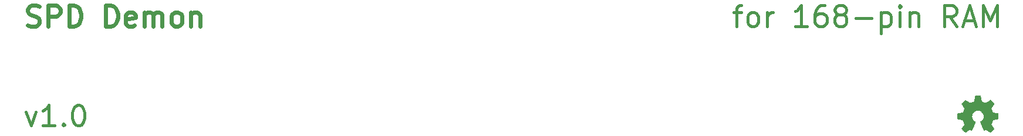
<source format=gbr>
%TF.GenerationSoftware,KiCad,Pcbnew,8.0.9*%
%TF.CreationDate,2025-05-08T22:04:52-05:00*%
%TF.ProjectId,SPD_Demon,5350445f-4465-46d6-9f6e-2e6b69636164,rev?*%
%TF.SameCoordinates,Original*%
%TF.FileFunction,Legend,Top*%
%TF.FilePolarity,Positive*%
%FSLAX46Y46*%
G04 Gerber Fmt 4.6, Leading zero omitted, Abs format (unit mm)*
G04 Created by KiCad (PCBNEW 8.0.9) date 2025-05-08 22:04:52*
%MOMM*%
%LPD*%
G01*
G04 APERTURE LIST*
%ADD10C,0.450000*%
%ADD11C,0.600000*%
%ADD12C,0.000000*%
G04 APERTURE END LIST*
D10*
X28664623Y-41551457D02*
X29378909Y-43551457D01*
X29378909Y-43551457D02*
X30093194Y-41551457D01*
X32807480Y-43551457D02*
X31093194Y-43551457D01*
X31950337Y-43551457D02*
X31950337Y-40551457D01*
X31950337Y-40551457D02*
X31664623Y-40980028D01*
X31664623Y-40980028D02*
X31378908Y-41265742D01*
X31378908Y-41265742D02*
X31093194Y-41408600D01*
X34093194Y-43265742D02*
X34236051Y-43408600D01*
X34236051Y-43408600D02*
X34093194Y-43551457D01*
X34093194Y-43551457D02*
X33950337Y-43408600D01*
X33950337Y-43408600D02*
X34093194Y-43265742D01*
X34093194Y-43265742D02*
X34093194Y-43551457D01*
X36093194Y-40551457D02*
X36378908Y-40551457D01*
X36378908Y-40551457D02*
X36664622Y-40694314D01*
X36664622Y-40694314D02*
X36807480Y-40837171D01*
X36807480Y-40837171D02*
X36950337Y-41122885D01*
X36950337Y-41122885D02*
X37093194Y-41694314D01*
X37093194Y-41694314D02*
X37093194Y-42408600D01*
X37093194Y-42408600D02*
X36950337Y-42980028D01*
X36950337Y-42980028D02*
X36807480Y-43265742D01*
X36807480Y-43265742D02*
X36664622Y-43408600D01*
X36664622Y-43408600D02*
X36378908Y-43551457D01*
X36378908Y-43551457D02*
X36093194Y-43551457D01*
X36093194Y-43551457D02*
X35807480Y-43408600D01*
X35807480Y-43408600D02*
X35664622Y-43265742D01*
X35664622Y-43265742D02*
X35521765Y-42980028D01*
X35521765Y-42980028D02*
X35378908Y-42408600D01*
X35378908Y-42408600D02*
X35378908Y-41694314D01*
X35378908Y-41694314D02*
X35521765Y-41122885D01*
X35521765Y-41122885D02*
X35664622Y-40837171D01*
X35664622Y-40837171D02*
X35807480Y-40694314D01*
X35807480Y-40694314D02*
X36093194Y-40551457D01*
X130756766Y-27200457D02*
X131899623Y-27200457D01*
X131185337Y-29200457D02*
X131185337Y-26629028D01*
X131185337Y-26629028D02*
X131328194Y-26343314D01*
X131328194Y-26343314D02*
X131613909Y-26200457D01*
X131613909Y-26200457D02*
X131899623Y-26200457D01*
X133328195Y-29200457D02*
X133042480Y-29057600D01*
X133042480Y-29057600D02*
X132899623Y-28914742D01*
X132899623Y-28914742D02*
X132756766Y-28629028D01*
X132756766Y-28629028D02*
X132756766Y-27771885D01*
X132756766Y-27771885D02*
X132899623Y-27486171D01*
X132899623Y-27486171D02*
X133042480Y-27343314D01*
X133042480Y-27343314D02*
X133328195Y-27200457D01*
X133328195Y-27200457D02*
X133756766Y-27200457D01*
X133756766Y-27200457D02*
X134042480Y-27343314D01*
X134042480Y-27343314D02*
X134185338Y-27486171D01*
X134185338Y-27486171D02*
X134328195Y-27771885D01*
X134328195Y-27771885D02*
X134328195Y-28629028D01*
X134328195Y-28629028D02*
X134185338Y-28914742D01*
X134185338Y-28914742D02*
X134042480Y-29057600D01*
X134042480Y-29057600D02*
X133756766Y-29200457D01*
X133756766Y-29200457D02*
X133328195Y-29200457D01*
X135613909Y-29200457D02*
X135613909Y-27200457D01*
X135613909Y-27771885D02*
X135756766Y-27486171D01*
X135756766Y-27486171D02*
X135899624Y-27343314D01*
X135899624Y-27343314D02*
X136185338Y-27200457D01*
X136185338Y-27200457D02*
X136471052Y-27200457D01*
X141328195Y-29200457D02*
X139613909Y-29200457D01*
X140471052Y-29200457D02*
X140471052Y-26200457D01*
X140471052Y-26200457D02*
X140185338Y-26629028D01*
X140185338Y-26629028D02*
X139899623Y-26914742D01*
X139899623Y-26914742D02*
X139613909Y-27057600D01*
X143899624Y-26200457D02*
X143328195Y-26200457D01*
X143328195Y-26200457D02*
X143042481Y-26343314D01*
X143042481Y-26343314D02*
X142899624Y-26486171D01*
X142899624Y-26486171D02*
X142613909Y-26914742D01*
X142613909Y-26914742D02*
X142471052Y-27486171D01*
X142471052Y-27486171D02*
X142471052Y-28629028D01*
X142471052Y-28629028D02*
X142613909Y-28914742D01*
X142613909Y-28914742D02*
X142756766Y-29057600D01*
X142756766Y-29057600D02*
X143042481Y-29200457D01*
X143042481Y-29200457D02*
X143613909Y-29200457D01*
X143613909Y-29200457D02*
X143899624Y-29057600D01*
X143899624Y-29057600D02*
X144042481Y-28914742D01*
X144042481Y-28914742D02*
X144185338Y-28629028D01*
X144185338Y-28629028D02*
X144185338Y-27914742D01*
X144185338Y-27914742D02*
X144042481Y-27629028D01*
X144042481Y-27629028D02*
X143899624Y-27486171D01*
X143899624Y-27486171D02*
X143613909Y-27343314D01*
X143613909Y-27343314D02*
X143042481Y-27343314D01*
X143042481Y-27343314D02*
X142756766Y-27486171D01*
X142756766Y-27486171D02*
X142613909Y-27629028D01*
X142613909Y-27629028D02*
X142471052Y-27914742D01*
X145899624Y-27486171D02*
X145613909Y-27343314D01*
X145613909Y-27343314D02*
X145471052Y-27200457D01*
X145471052Y-27200457D02*
X145328195Y-26914742D01*
X145328195Y-26914742D02*
X145328195Y-26771885D01*
X145328195Y-26771885D02*
X145471052Y-26486171D01*
X145471052Y-26486171D02*
X145613909Y-26343314D01*
X145613909Y-26343314D02*
X145899624Y-26200457D01*
X145899624Y-26200457D02*
X146471052Y-26200457D01*
X146471052Y-26200457D02*
X146756767Y-26343314D01*
X146756767Y-26343314D02*
X146899624Y-26486171D01*
X146899624Y-26486171D02*
X147042481Y-26771885D01*
X147042481Y-26771885D02*
X147042481Y-26914742D01*
X147042481Y-26914742D02*
X146899624Y-27200457D01*
X146899624Y-27200457D02*
X146756767Y-27343314D01*
X146756767Y-27343314D02*
X146471052Y-27486171D01*
X146471052Y-27486171D02*
X145899624Y-27486171D01*
X145899624Y-27486171D02*
X145613909Y-27629028D01*
X145613909Y-27629028D02*
X145471052Y-27771885D01*
X145471052Y-27771885D02*
X145328195Y-28057600D01*
X145328195Y-28057600D02*
X145328195Y-28629028D01*
X145328195Y-28629028D02*
X145471052Y-28914742D01*
X145471052Y-28914742D02*
X145613909Y-29057600D01*
X145613909Y-29057600D02*
X145899624Y-29200457D01*
X145899624Y-29200457D02*
X146471052Y-29200457D01*
X146471052Y-29200457D02*
X146756767Y-29057600D01*
X146756767Y-29057600D02*
X146899624Y-28914742D01*
X146899624Y-28914742D02*
X147042481Y-28629028D01*
X147042481Y-28629028D02*
X147042481Y-28057600D01*
X147042481Y-28057600D02*
X146899624Y-27771885D01*
X146899624Y-27771885D02*
X146756767Y-27629028D01*
X146756767Y-27629028D02*
X146471052Y-27486171D01*
X148328195Y-28057600D02*
X150613910Y-28057600D01*
X152042481Y-27200457D02*
X152042481Y-30200457D01*
X152042481Y-27343314D02*
X152328196Y-27200457D01*
X152328196Y-27200457D02*
X152899624Y-27200457D01*
X152899624Y-27200457D02*
X153185338Y-27343314D01*
X153185338Y-27343314D02*
X153328196Y-27486171D01*
X153328196Y-27486171D02*
X153471053Y-27771885D01*
X153471053Y-27771885D02*
X153471053Y-28629028D01*
X153471053Y-28629028D02*
X153328196Y-28914742D01*
X153328196Y-28914742D02*
X153185338Y-29057600D01*
X153185338Y-29057600D02*
X152899624Y-29200457D01*
X152899624Y-29200457D02*
X152328196Y-29200457D01*
X152328196Y-29200457D02*
X152042481Y-29057600D01*
X154756767Y-29200457D02*
X154756767Y-27200457D01*
X154756767Y-26200457D02*
X154613910Y-26343314D01*
X154613910Y-26343314D02*
X154756767Y-26486171D01*
X154756767Y-26486171D02*
X154899624Y-26343314D01*
X154899624Y-26343314D02*
X154756767Y-26200457D01*
X154756767Y-26200457D02*
X154756767Y-26486171D01*
X156185338Y-27200457D02*
X156185338Y-29200457D01*
X156185338Y-27486171D02*
X156328195Y-27343314D01*
X156328195Y-27343314D02*
X156613910Y-27200457D01*
X156613910Y-27200457D02*
X157042481Y-27200457D01*
X157042481Y-27200457D02*
X157328195Y-27343314D01*
X157328195Y-27343314D02*
X157471053Y-27629028D01*
X157471053Y-27629028D02*
X157471053Y-29200457D01*
X162899624Y-29200457D02*
X161899624Y-27771885D01*
X161185338Y-29200457D02*
X161185338Y-26200457D01*
X161185338Y-26200457D02*
X162328195Y-26200457D01*
X162328195Y-26200457D02*
X162613910Y-26343314D01*
X162613910Y-26343314D02*
X162756767Y-26486171D01*
X162756767Y-26486171D02*
X162899624Y-26771885D01*
X162899624Y-26771885D02*
X162899624Y-27200457D01*
X162899624Y-27200457D02*
X162756767Y-27486171D01*
X162756767Y-27486171D02*
X162613910Y-27629028D01*
X162613910Y-27629028D02*
X162328195Y-27771885D01*
X162328195Y-27771885D02*
X161185338Y-27771885D01*
X164042481Y-28343314D02*
X165471053Y-28343314D01*
X163756767Y-29200457D02*
X164756767Y-26200457D01*
X164756767Y-26200457D02*
X165756767Y-29200457D01*
X166756767Y-29200457D02*
X166756767Y-26200457D01*
X166756767Y-26200457D02*
X167756767Y-28343314D01*
X167756767Y-28343314D02*
X168756767Y-26200457D01*
X168756767Y-26200457D02*
X168756767Y-29200457D01*
D11*
X28906164Y-29049800D02*
X29334736Y-29192657D01*
X29334736Y-29192657D02*
X30049021Y-29192657D01*
X30049021Y-29192657D02*
X30334736Y-29049800D01*
X30334736Y-29049800D02*
X30477593Y-28906942D01*
X30477593Y-28906942D02*
X30620450Y-28621228D01*
X30620450Y-28621228D02*
X30620450Y-28335514D01*
X30620450Y-28335514D02*
X30477593Y-28049800D01*
X30477593Y-28049800D02*
X30334736Y-27906942D01*
X30334736Y-27906942D02*
X30049021Y-27764085D01*
X30049021Y-27764085D02*
X29477593Y-27621228D01*
X29477593Y-27621228D02*
X29191878Y-27478371D01*
X29191878Y-27478371D02*
X29049021Y-27335514D01*
X29049021Y-27335514D02*
X28906164Y-27049800D01*
X28906164Y-27049800D02*
X28906164Y-26764085D01*
X28906164Y-26764085D02*
X29049021Y-26478371D01*
X29049021Y-26478371D02*
X29191878Y-26335514D01*
X29191878Y-26335514D02*
X29477593Y-26192657D01*
X29477593Y-26192657D02*
X30191878Y-26192657D01*
X30191878Y-26192657D02*
X30620450Y-26335514D01*
X31906164Y-29192657D02*
X31906164Y-26192657D01*
X31906164Y-26192657D02*
X33049021Y-26192657D01*
X33049021Y-26192657D02*
X33334736Y-26335514D01*
X33334736Y-26335514D02*
X33477593Y-26478371D01*
X33477593Y-26478371D02*
X33620450Y-26764085D01*
X33620450Y-26764085D02*
X33620450Y-27192657D01*
X33620450Y-27192657D02*
X33477593Y-27478371D01*
X33477593Y-27478371D02*
X33334736Y-27621228D01*
X33334736Y-27621228D02*
X33049021Y-27764085D01*
X33049021Y-27764085D02*
X31906164Y-27764085D01*
X34906164Y-29192657D02*
X34906164Y-26192657D01*
X34906164Y-26192657D02*
X35620450Y-26192657D01*
X35620450Y-26192657D02*
X36049021Y-26335514D01*
X36049021Y-26335514D02*
X36334736Y-26621228D01*
X36334736Y-26621228D02*
X36477593Y-26906942D01*
X36477593Y-26906942D02*
X36620450Y-27478371D01*
X36620450Y-27478371D02*
X36620450Y-27906942D01*
X36620450Y-27906942D02*
X36477593Y-28478371D01*
X36477593Y-28478371D02*
X36334736Y-28764085D01*
X36334736Y-28764085D02*
X36049021Y-29049800D01*
X36049021Y-29049800D02*
X35620450Y-29192657D01*
X35620450Y-29192657D02*
X34906164Y-29192657D01*
X40191878Y-29192657D02*
X40191878Y-26192657D01*
X40191878Y-26192657D02*
X40906164Y-26192657D01*
X40906164Y-26192657D02*
X41334735Y-26335514D01*
X41334735Y-26335514D02*
X41620450Y-26621228D01*
X41620450Y-26621228D02*
X41763307Y-26906942D01*
X41763307Y-26906942D02*
X41906164Y-27478371D01*
X41906164Y-27478371D02*
X41906164Y-27906942D01*
X41906164Y-27906942D02*
X41763307Y-28478371D01*
X41763307Y-28478371D02*
X41620450Y-28764085D01*
X41620450Y-28764085D02*
X41334735Y-29049800D01*
X41334735Y-29049800D02*
X40906164Y-29192657D01*
X40906164Y-29192657D02*
X40191878Y-29192657D01*
X44334735Y-29049800D02*
X44049021Y-29192657D01*
X44049021Y-29192657D02*
X43477593Y-29192657D01*
X43477593Y-29192657D02*
X43191878Y-29049800D01*
X43191878Y-29049800D02*
X43049021Y-28764085D01*
X43049021Y-28764085D02*
X43049021Y-27621228D01*
X43049021Y-27621228D02*
X43191878Y-27335514D01*
X43191878Y-27335514D02*
X43477593Y-27192657D01*
X43477593Y-27192657D02*
X44049021Y-27192657D01*
X44049021Y-27192657D02*
X44334735Y-27335514D01*
X44334735Y-27335514D02*
X44477593Y-27621228D01*
X44477593Y-27621228D02*
X44477593Y-27906942D01*
X44477593Y-27906942D02*
X43049021Y-28192657D01*
X45763307Y-29192657D02*
X45763307Y-27192657D01*
X45763307Y-27478371D02*
X45906164Y-27335514D01*
X45906164Y-27335514D02*
X46191879Y-27192657D01*
X46191879Y-27192657D02*
X46620450Y-27192657D01*
X46620450Y-27192657D02*
X46906164Y-27335514D01*
X46906164Y-27335514D02*
X47049022Y-27621228D01*
X47049022Y-27621228D02*
X47049022Y-29192657D01*
X47049022Y-27621228D02*
X47191879Y-27335514D01*
X47191879Y-27335514D02*
X47477593Y-27192657D01*
X47477593Y-27192657D02*
X47906164Y-27192657D01*
X47906164Y-27192657D02*
X48191879Y-27335514D01*
X48191879Y-27335514D02*
X48334736Y-27621228D01*
X48334736Y-27621228D02*
X48334736Y-29192657D01*
X50191879Y-29192657D02*
X49906164Y-29049800D01*
X49906164Y-29049800D02*
X49763307Y-28906942D01*
X49763307Y-28906942D02*
X49620450Y-28621228D01*
X49620450Y-28621228D02*
X49620450Y-27764085D01*
X49620450Y-27764085D02*
X49763307Y-27478371D01*
X49763307Y-27478371D02*
X49906164Y-27335514D01*
X49906164Y-27335514D02*
X50191879Y-27192657D01*
X50191879Y-27192657D02*
X50620450Y-27192657D01*
X50620450Y-27192657D02*
X50906164Y-27335514D01*
X50906164Y-27335514D02*
X51049022Y-27478371D01*
X51049022Y-27478371D02*
X51191879Y-27764085D01*
X51191879Y-27764085D02*
X51191879Y-28621228D01*
X51191879Y-28621228D02*
X51049022Y-28906942D01*
X51049022Y-28906942D02*
X50906164Y-29049800D01*
X50906164Y-29049800D02*
X50620450Y-29192657D01*
X50620450Y-29192657D02*
X50191879Y-29192657D01*
X52477593Y-27192657D02*
X52477593Y-29192657D01*
X52477593Y-27478371D02*
X52620450Y-27335514D01*
X52620450Y-27335514D02*
X52906165Y-27192657D01*
X52906165Y-27192657D02*
X53334736Y-27192657D01*
X53334736Y-27192657D02*
X53620450Y-27335514D01*
X53620450Y-27335514D02*
X53763308Y-27621228D01*
X53763308Y-27621228D02*
X53763308Y-29192657D01*
D12*
%TO.C,G\u002A\u002A\u002A*%
G36*
X166402071Y-39254620D02*
G01*
X166404565Y-39258544D01*
X166407409Y-39265629D01*
X166410749Y-39276571D01*
X166414729Y-39292071D01*
X166419495Y-39312827D01*
X166425194Y-39339537D01*
X166431970Y-39372900D01*
X166439970Y-39413615D01*
X166449339Y-39462382D01*
X166460222Y-39519897D01*
X166472766Y-39586861D01*
X166484797Y-39651485D01*
X166499724Y-39731497D01*
X166512879Y-39801259D01*
X166524362Y-39861265D01*
X166534276Y-39912013D01*
X166542722Y-39954000D01*
X166549802Y-39987723D01*
X166555619Y-40013677D01*
X166560272Y-40032361D01*
X166563866Y-40044271D01*
X166566359Y-40049724D01*
X166571324Y-40054041D01*
X166581395Y-40060094D01*
X166597223Y-40068171D01*
X166619461Y-40078564D01*
X166648761Y-40091564D01*
X166685775Y-40107461D01*
X166731155Y-40126547D01*
X166785553Y-40149112D01*
X166832361Y-40168370D01*
X166882837Y-40189037D01*
X166930724Y-40208558D01*
X166974982Y-40226516D01*
X167014572Y-40242492D01*
X167048454Y-40256068D01*
X167075587Y-40266826D01*
X167094933Y-40274350D01*
X167105451Y-40278219D01*
X167106442Y-40278529D01*
X167127067Y-40280834D01*
X167138052Y-40278589D01*
X167144700Y-40274704D01*
X167159564Y-40265129D01*
X167181887Y-40250377D01*
X167210910Y-40230959D01*
X167245874Y-40207390D01*
X167286021Y-40180180D01*
X167330590Y-40149843D01*
X167378825Y-40116891D01*
X167429965Y-40081837D01*
X167466272Y-40056883D01*
X167528607Y-40014040D01*
X167582623Y-39977032D01*
X167628946Y-39945453D01*
X167668204Y-39918896D01*
X167701024Y-39896952D01*
X167728035Y-39879214D01*
X167749863Y-39865275D01*
X167767137Y-39854727D01*
X167780483Y-39847163D01*
X167790530Y-39842176D01*
X167797904Y-39839357D01*
X167802896Y-39838327D01*
X167824717Y-39836376D01*
X168099757Y-40111735D01*
X168153242Y-40165330D01*
X168199480Y-40211783D01*
X168238978Y-40251631D01*
X168272242Y-40285410D01*
X168299777Y-40313655D01*
X168322091Y-40336904D01*
X168339688Y-40355692D01*
X168353076Y-40370554D01*
X168362760Y-40382028D01*
X168369246Y-40390648D01*
X168373041Y-40396952D01*
X168374650Y-40401475D01*
X168374796Y-40403028D01*
X168373246Y-40408553D01*
X168368383Y-40418474D01*
X168359891Y-40433273D01*
X168347454Y-40453437D01*
X168330755Y-40479449D01*
X168309477Y-40511795D01*
X168283305Y-40550957D01*
X168251920Y-40597422D01*
X168215007Y-40651673D01*
X168172250Y-40714196D01*
X168155674Y-40738372D01*
X168111327Y-40803116D01*
X168072899Y-40859453D01*
X168040045Y-40907909D01*
X168012421Y-40949011D01*
X167989685Y-40983287D01*
X167971492Y-41011263D01*
X167957498Y-41033467D01*
X167947359Y-41050424D01*
X167940732Y-41062663D01*
X167937274Y-41070711D01*
X167936552Y-41074268D01*
X167938661Y-41082148D01*
X167944669Y-41098880D01*
X167954090Y-41123322D01*
X167966442Y-41154334D01*
X167981242Y-41190774D01*
X167998007Y-41231502D01*
X168016252Y-41275376D01*
X168035495Y-41321255D01*
X168055253Y-41368000D01*
X168075042Y-41414467D01*
X168094380Y-41459517D01*
X168112782Y-41502008D01*
X168129765Y-41540800D01*
X168144847Y-41574751D01*
X168157544Y-41602720D01*
X168167372Y-41623567D01*
X168173849Y-41636150D01*
X168175780Y-41639103D01*
X168186427Y-41649061D01*
X168193350Y-41653813D01*
X168200058Y-41655570D01*
X168216604Y-41659129D01*
X168242098Y-41664318D01*
X168275646Y-41670963D01*
X168316359Y-41678892D01*
X168363344Y-41687931D01*
X168415709Y-41697909D01*
X168472563Y-41708651D01*
X168533015Y-41719985D01*
X168572556Y-41727354D01*
X168646356Y-41741110D01*
X168710139Y-41753085D01*
X168764628Y-41763431D01*
X168810543Y-41772299D01*
X168848607Y-41779841D01*
X168879542Y-41786208D01*
X168904069Y-41791551D01*
X168922910Y-41796023D01*
X168936786Y-41799775D01*
X168946420Y-41802958D01*
X168952533Y-41805723D01*
X168955334Y-41807700D01*
X168967608Y-41819161D01*
X168967608Y-42210043D01*
X168967608Y-42600925D01*
X168955334Y-42612376D01*
X168951429Y-42614957D01*
X168944558Y-42617826D01*
X168933986Y-42621138D01*
X168918977Y-42625047D01*
X168898793Y-42629707D01*
X168872701Y-42635272D01*
X168839962Y-42641897D01*
X168799842Y-42649736D01*
X168751605Y-42658944D01*
X168694514Y-42669674D01*
X168627833Y-42682081D01*
X168585735Y-42689874D01*
X168524322Y-42701290D01*
X168465745Y-42712305D01*
X168410939Y-42722734D01*
X168360843Y-42732392D01*
X168316393Y-42741097D01*
X168278526Y-42748663D01*
X168248179Y-42754907D01*
X168226289Y-42759644D01*
X168213793Y-42762689D01*
X168211539Y-42763434D01*
X168196799Y-42774279D01*
X168186092Y-42789174D01*
X168182472Y-42797620D01*
X168175218Y-42815194D01*
X168164737Y-42840892D01*
X168151436Y-42873707D01*
X168135721Y-42912633D01*
X168117998Y-42956665D01*
X168098674Y-43004797D01*
X168078156Y-43056022D01*
X168067945Y-43081555D01*
X168041255Y-43148708D01*
X168018068Y-43207826D01*
X167998501Y-43258597D01*
X167982672Y-43300707D01*
X167970696Y-43333845D01*
X167962690Y-43357697D01*
X167958772Y-43371951D01*
X167958373Y-43375071D01*
X167959082Y-43379984D01*
X167961487Y-43386827D01*
X167966002Y-43396242D01*
X167973042Y-43408874D01*
X167983024Y-43425365D01*
X167996361Y-43446360D01*
X168013470Y-43472502D01*
X168034764Y-43504434D01*
X168060660Y-43542800D01*
X168091573Y-43588243D01*
X168127917Y-43641407D01*
X168166585Y-43697802D01*
X168210348Y-43761686D01*
X168248152Y-43817144D01*
X168280321Y-43864672D01*
X168307175Y-43904764D01*
X168329039Y-43937914D01*
X168346234Y-43964619D01*
X168359085Y-43985372D01*
X168367912Y-44000669D01*
X168373040Y-44011005D01*
X168374791Y-44016874D01*
X168374796Y-44017080D01*
X168373978Y-44020994D01*
X168371186Y-44026464D01*
X168365915Y-44034026D01*
X168357659Y-44044217D01*
X168345912Y-44057571D01*
X168330168Y-44074624D01*
X168309922Y-44095912D01*
X168284667Y-44121971D01*
X168253898Y-44153336D01*
X168217109Y-44190543D01*
X168173794Y-44234127D01*
X168123447Y-44284625D01*
X168099757Y-44308351D01*
X167824717Y-44583710D01*
X167802896Y-44581799D01*
X167797286Y-44580620D01*
X167789619Y-44577642D01*
X167779241Y-44572440D01*
X167765496Y-44564588D01*
X167747728Y-44553663D01*
X167725281Y-44539239D01*
X167697500Y-44520892D01*
X167663728Y-44498196D01*
X167623310Y-44470728D01*
X167575590Y-44438062D01*
X167519912Y-44399774D01*
X167489215Y-44378617D01*
X167430424Y-44338104D01*
X167379906Y-44303379D01*
X167336974Y-44274002D01*
X167300943Y-44249533D01*
X167271126Y-44229533D01*
X167246837Y-44213562D01*
X167227390Y-44201179D01*
X167212099Y-44191946D01*
X167200278Y-44185422D01*
X167191239Y-44181169D01*
X167184299Y-44178745D01*
X167178769Y-44177711D01*
X167175534Y-44177577D01*
X167166700Y-44178685D01*
X167154935Y-44182197D01*
X167139095Y-44188644D01*
X167118037Y-44198554D01*
X167090620Y-44212457D01*
X167055700Y-44230885D01*
X167025512Y-44247119D01*
X166990721Y-44265761D01*
X166958476Y-44282721D01*
X166930196Y-44297278D01*
X166907301Y-44308710D01*
X166891212Y-44316295D01*
X166883548Y-44319276D01*
X166868078Y-44317757D01*
X166860807Y-44312142D01*
X166857640Y-44305941D01*
X166850573Y-44290264D01*
X166839864Y-44265721D01*
X166825769Y-44232923D01*
X166808547Y-44192481D01*
X166788455Y-44145005D01*
X166765749Y-44091108D01*
X166740687Y-44031398D01*
X166713527Y-43966488D01*
X166684526Y-43896989D01*
X166653941Y-43823510D01*
X166622029Y-43746664D01*
X166589048Y-43667060D01*
X166586091Y-43659916D01*
X166546597Y-43564545D01*
X166511035Y-43478759D01*
X166479238Y-43402033D01*
X166451037Y-43333843D01*
X166426263Y-43273663D01*
X166404748Y-43220968D01*
X166386324Y-43175233D01*
X166370821Y-43135934D01*
X166358072Y-43102545D01*
X166347908Y-43074541D01*
X166340160Y-43051397D01*
X166334659Y-43032589D01*
X166331239Y-43017590D01*
X166329729Y-43005876D01*
X166329961Y-42996923D01*
X166331767Y-42990204D01*
X166334979Y-42985195D01*
X166339427Y-42981371D01*
X166344944Y-42978207D01*
X166351361Y-42975178D01*
X166358509Y-42971759D01*
X166364232Y-42968632D01*
X166418733Y-42933750D01*
X166473869Y-42893431D01*
X166527638Y-42849440D01*
X166578038Y-42803540D01*
X166623067Y-42757493D01*
X166660722Y-42713063D01*
X166672616Y-42697062D01*
X166714611Y-42630712D01*
X166751867Y-42557285D01*
X166782982Y-42480090D01*
X166806556Y-42402435D01*
X166816435Y-42357337D01*
X166822162Y-42315250D01*
X166825494Y-42266293D01*
X166826464Y-42213784D01*
X166825105Y-42161042D01*
X166821451Y-42111386D01*
X166815535Y-42068134D01*
X166813408Y-42057294D01*
X166788949Y-41964263D01*
X166756588Y-41878322D01*
X166715859Y-41798575D01*
X166666294Y-41724125D01*
X166607425Y-41654075D01*
X166597793Y-41643923D01*
X166528007Y-41578281D01*
X166454619Y-41522734D01*
X166376912Y-41476856D01*
X166294170Y-41440220D01*
X166211519Y-41413923D01*
X166157329Y-41401049D01*
X166107190Y-41392555D01*
X166056980Y-41387993D01*
X166002574Y-41386914D01*
X165969936Y-41387624D01*
X165875878Y-41395986D01*
X165785181Y-41414413D01*
X165698411Y-41442422D01*
X165616136Y-41479531D01*
X165538922Y-41525258D01*
X165467339Y-41579121D01*
X165401951Y-41640636D01*
X165343327Y-41709323D01*
X165292034Y-41784698D01*
X165248639Y-41866279D01*
X165213709Y-41953583D01*
X165187811Y-42046130D01*
X165186047Y-42054214D01*
X165179095Y-42097645D01*
X165174762Y-42148415D01*
X165173047Y-42203272D01*
X165173951Y-42258962D01*
X165177476Y-42312234D01*
X165183622Y-42359833D01*
X165185955Y-42372409D01*
X165210038Y-42465490D01*
X165243735Y-42553412D01*
X165287029Y-42636149D01*
X165339907Y-42713669D01*
X165402350Y-42785945D01*
X165413113Y-42796905D01*
X165440546Y-42823656D01*
X165466833Y-42847548D01*
X165493977Y-42870157D01*
X165523980Y-42893059D01*
X165558844Y-42917828D01*
X165600573Y-42946040D01*
X165614082Y-42954983D01*
X165641341Y-42973994D01*
X165660721Y-42989766D01*
X165671397Y-43001605D01*
X165672789Y-43004313D01*
X165673187Y-43007363D01*
X165672575Y-43012452D01*
X165670751Y-43020087D01*
X165667514Y-43030776D01*
X165662663Y-43045028D01*
X165655997Y-43063351D01*
X165647314Y-43086252D01*
X165636413Y-43114239D01*
X165623094Y-43147821D01*
X165607154Y-43187505D01*
X165588393Y-43233800D01*
X165566610Y-43287213D01*
X165541603Y-43348253D01*
X165513171Y-43417427D01*
X165481113Y-43495243D01*
X165445227Y-43582210D01*
X165412967Y-43660314D01*
X165376780Y-43747760D01*
X165342319Y-43830776D01*
X165309790Y-43908871D01*
X165279401Y-43981556D01*
X165251362Y-44048339D01*
X165225878Y-44108731D01*
X165203159Y-44162241D01*
X165183412Y-44208378D01*
X165166845Y-44246652D01*
X165153666Y-44276572D01*
X165144083Y-44297649D01*
X165138304Y-44309392D01*
X165136806Y-44311708D01*
X165126155Y-44318934D01*
X165119080Y-44321254D01*
X165112691Y-44318773D01*
X165097976Y-44311762D01*
X165076208Y-44300870D01*
X165048666Y-44286745D01*
X165016623Y-44270038D01*
X164981357Y-44251396D01*
X164973754Y-44247346D01*
X164931880Y-44225140D01*
X164898452Y-44207755D01*
X164872388Y-44194695D01*
X164852609Y-44185464D01*
X164838032Y-44179564D01*
X164827576Y-44176500D01*
X164820160Y-44175775D01*
X164818248Y-44175957D01*
X164813543Y-44177495D01*
X164805782Y-44181321D01*
X164794509Y-44187740D01*
X164779269Y-44197057D01*
X164759605Y-44209576D01*
X164735060Y-44225603D01*
X164705180Y-44245440D01*
X164669507Y-44269394D01*
X164627586Y-44297768D01*
X164578960Y-44330868D01*
X164523173Y-44368997D01*
X164459770Y-44412461D01*
X164388294Y-44461564D01*
X164313413Y-44513082D01*
X164278440Y-44536934D01*
X164251096Y-44555006D01*
X164230217Y-44567976D01*
X164214639Y-44576524D01*
X164203197Y-44581329D01*
X164194728Y-44583070D01*
X164193376Y-44583110D01*
X164189408Y-44582672D01*
X164184699Y-44581007D01*
X164178690Y-44577590D01*
X164170822Y-44571894D01*
X164160534Y-44563395D01*
X164147267Y-44551567D01*
X164130463Y-44535883D01*
X164109562Y-44515819D01*
X164084003Y-44490848D01*
X164053229Y-44460445D01*
X164016680Y-44424085D01*
X163973795Y-44381241D01*
X163924016Y-44331387D01*
X163901664Y-44308980D01*
X163856375Y-44263482D01*
X163813337Y-44220079D01*
X163773177Y-44179410D01*
X163736518Y-44142116D01*
X163703986Y-44108838D01*
X163676203Y-44080215D01*
X163653796Y-44056889D01*
X163637387Y-44039499D01*
X163627603Y-44028685D01*
X163624980Y-44025256D01*
X163624256Y-44012744D01*
X163626508Y-44003001D01*
X163630413Y-43996283D01*
X163639950Y-43981423D01*
X163654556Y-43959263D01*
X163673665Y-43930641D01*
X163696712Y-43896397D01*
X163723134Y-43857371D01*
X163752364Y-43814401D01*
X163783840Y-43768328D01*
X163810861Y-43728919D01*
X163854070Y-43666008D01*
X163891522Y-43611465D01*
X163923627Y-43564660D01*
X163950797Y-43524961D01*
X163973442Y-43491738D01*
X163991975Y-43464359D01*
X164006805Y-43442192D01*
X164018343Y-43424608D01*
X164027002Y-43410974D01*
X164033190Y-43400661D01*
X164037321Y-43393035D01*
X164039804Y-43387467D01*
X164041051Y-43383326D01*
X164041472Y-43379979D01*
X164041478Y-43376797D01*
X164041454Y-43374813D01*
X164039421Y-43365785D01*
X164033620Y-43347881D01*
X164024505Y-43322224D01*
X164012529Y-43289938D01*
X163998144Y-43252148D01*
X163981805Y-43209978D01*
X163963964Y-43164553D01*
X163945074Y-43116995D01*
X163925588Y-43068429D01*
X163905960Y-43019980D01*
X163886643Y-42972772D01*
X163868089Y-42927928D01*
X163850752Y-42886573D01*
X163835085Y-42849830D01*
X163821542Y-42818825D01*
X163810574Y-42794681D01*
X163802636Y-42778522D01*
X163798298Y-42771576D01*
X163794434Y-42768704D01*
X163788463Y-42765761D01*
X163779563Y-42762569D01*
X163766910Y-42758949D01*
X163749683Y-42754724D01*
X163727060Y-42749713D01*
X163698218Y-42743739D01*
X163662335Y-42736623D01*
X163618588Y-42728186D01*
X163566156Y-42718250D01*
X163504216Y-42706636D01*
X163469899Y-42700232D01*
X163410976Y-42689256D01*
X163353866Y-42678627D01*
X163299721Y-42668561D01*
X163249691Y-42659270D01*
X163204929Y-42650968D01*
X163166584Y-42643868D01*
X163135809Y-42638185D01*
X163113755Y-42634132D01*
X163103711Y-42632304D01*
X163073811Y-42625894D01*
X163052815Y-42619129D01*
X163042338Y-42612952D01*
X163040405Y-42610629D01*
X163038735Y-42607296D01*
X163037308Y-42602192D01*
X163036106Y-42594556D01*
X163035109Y-42583629D01*
X163034297Y-42568650D01*
X163033653Y-42548858D01*
X163033157Y-42523493D01*
X163032789Y-42491796D01*
X163032531Y-42453005D01*
X163032363Y-42406360D01*
X163032267Y-42351102D01*
X163032224Y-42286469D01*
X163032213Y-42211701D01*
X163032213Y-42210043D01*
X163032219Y-42135159D01*
X163032252Y-42070422D01*
X163032332Y-42015070D01*
X163032480Y-41968338D01*
X163032716Y-41929465D01*
X163033061Y-41897686D01*
X163033535Y-41872239D01*
X163034160Y-41852360D01*
X163034955Y-41837286D01*
X163035942Y-41826254D01*
X163037142Y-41818501D01*
X163038573Y-41813263D01*
X163040259Y-41809778D01*
X163042218Y-41807282D01*
X163043124Y-41806349D01*
X163052684Y-41798357D01*
X163058920Y-41795438D01*
X163066174Y-41794446D01*
X163082994Y-41791603D01*
X163108314Y-41787112D01*
X163141066Y-41781174D01*
X163180186Y-41773991D01*
X163224606Y-41765764D01*
X163273262Y-41756697D01*
X163325085Y-41746989D01*
X163379011Y-41736844D01*
X163433973Y-41726463D01*
X163488904Y-41716048D01*
X163542739Y-41705800D01*
X163594411Y-41695921D01*
X163642855Y-41686614D01*
X163687003Y-41678079D01*
X163725790Y-41670520D01*
X163758150Y-41664136D01*
X163783015Y-41659131D01*
X163799321Y-41655706D01*
X163806001Y-41654063D01*
X163806045Y-41654041D01*
X163816993Y-41645928D01*
X163823782Y-41639103D01*
X163827914Y-41631787D01*
X163835695Y-41615608D01*
X163846645Y-41591697D01*
X163860279Y-41561190D01*
X163876116Y-41525218D01*
X163893674Y-41484916D01*
X163912470Y-41441418D01*
X163932022Y-41395855D01*
X163951847Y-41349363D01*
X163971464Y-41303074D01*
X163990389Y-41258121D01*
X164008140Y-41215639D01*
X164024236Y-41176760D01*
X164038193Y-41142618D01*
X164049530Y-41114346D01*
X164057763Y-41093078D01*
X164062412Y-41079947D01*
X164063282Y-41076340D01*
X164060663Y-41060975D01*
X164057401Y-41052740D01*
X164053383Y-41046478D01*
X164043706Y-41031989D01*
X164028889Y-41010037D01*
X164009453Y-40981386D01*
X163985918Y-40946801D01*
X163958804Y-40907045D01*
X163928632Y-40862884D01*
X163895923Y-40815081D01*
X163861196Y-40764400D01*
X163841271Y-40735351D01*
X163805664Y-40683381D01*
X163771819Y-40633830D01*
X163740254Y-40587467D01*
X163711487Y-40545058D01*
X163686034Y-40507371D01*
X163664415Y-40475175D01*
X163647146Y-40449236D01*
X163634745Y-40430322D01*
X163627730Y-40419201D01*
X163626353Y-40416677D01*
X163623946Y-40403006D01*
X163624980Y-40394831D01*
X163629293Y-40389463D01*
X163640707Y-40377030D01*
X163658596Y-40358173D01*
X163682336Y-40333531D01*
X163711303Y-40303745D01*
X163744872Y-40269455D01*
X163782418Y-40231302D01*
X163823318Y-40189926D01*
X163866946Y-40145968D01*
X163901664Y-40111106D01*
X163954427Y-40058233D01*
X164000067Y-40012584D01*
X164039145Y-39973634D01*
X164072219Y-39940858D01*
X164099846Y-39913730D01*
X164122587Y-39891726D01*
X164141000Y-39874319D01*
X164155643Y-39860986D01*
X164167075Y-39851200D01*
X164175855Y-39844437D01*
X164182542Y-39840170D01*
X164187693Y-39837876D01*
X164191869Y-39837028D01*
X164193250Y-39836976D01*
X164198676Y-39837925D01*
X164206676Y-39841065D01*
X164217940Y-39846836D01*
X164233153Y-39855678D01*
X164253005Y-39868031D01*
X164278183Y-39884334D01*
X164309375Y-39905027D01*
X164347268Y-39930549D01*
X164392551Y-39961342D01*
X164445910Y-39997844D01*
X164460581Y-40007905D01*
X164529515Y-40055202D01*
X164590020Y-40096712D01*
X164642671Y-40132812D01*
X164688042Y-40163878D01*
X164726708Y-40190285D01*
X164759244Y-40212411D01*
X164786224Y-40230630D01*
X164808223Y-40245319D01*
X164825815Y-40256855D01*
X164839576Y-40265613D01*
X164850079Y-40271969D01*
X164857900Y-40276299D01*
X164863613Y-40278981D01*
X164867793Y-40280388D01*
X164871014Y-40280899D01*
X164873851Y-40280889D01*
X164876879Y-40280733D01*
X164877408Y-40280720D01*
X164885957Y-40278606D01*
X164903626Y-40272640D01*
X164929474Y-40263185D01*
X164962557Y-40250605D01*
X165001933Y-40235264D01*
X165046660Y-40217526D01*
X165095795Y-40197756D01*
X165148396Y-40176317D01*
X165159208Y-40171878D01*
X165221615Y-40146135D01*
X165274520Y-40124105D01*
X165318573Y-40105497D01*
X165354422Y-40090023D01*
X165382716Y-40077393D01*
X165404103Y-40067318D01*
X165419234Y-40059509D01*
X165428756Y-40053676D01*
X165433180Y-40049725D01*
X165435921Y-40043386D01*
X165439735Y-40030181D01*
X165444713Y-40009661D01*
X165450946Y-39981381D01*
X165458527Y-39944893D01*
X165467547Y-39899748D01*
X165478097Y-39845501D01*
X165490270Y-39781703D01*
X165504155Y-39707907D01*
X165514630Y-39651751D01*
X165526472Y-39588309D01*
X165537836Y-39527883D01*
X165548552Y-39471349D01*
X165558450Y-39419582D01*
X165567359Y-39373459D01*
X165575110Y-39333855D01*
X165581533Y-39301646D01*
X165586458Y-39277708D01*
X165589714Y-39262917D01*
X165591011Y-39258245D01*
X165599702Y-39248591D01*
X165604694Y-39245715D01*
X165611482Y-39245158D01*
X165628289Y-39244631D01*
X165654223Y-39244139D01*
X165688394Y-39243691D01*
X165729908Y-39243295D01*
X165777876Y-39242957D01*
X165831405Y-39242686D01*
X165889604Y-39242489D01*
X165951581Y-39242374D01*
X166002134Y-39242345D01*
X166390792Y-39242345D01*
X166402071Y-39254620D01*
G37*
%TD*%
M02*

</source>
